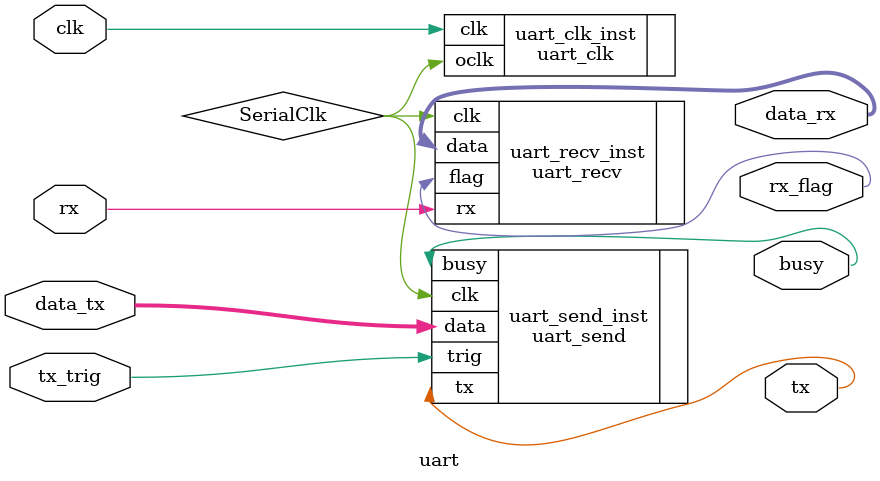
<source format=v>

module uart (
           //clock
           input  clk,

           //flags
           input tx_trig,
           output rx_flag,
           output busy,

           //data interface
           input[7:0] data_tx,
           output [7:0] data_rx,

           //interface
           output tx,
           input rx
       );
/////////////////////////////////////////////
// parameter and signals
/////////////////////////////////////////////
// parameter

// regs or wires
wire SerialClk;
/////////////////////////////////////////////
// main code
/////////////////////////////////////////////
// initial serial port clock
uart_clk uart_clk_inst(
             .clk(clk),
             .oclk(SerialClk)
         );
//recv module
uart_recv uart_recv_inst(
              .clk(SerialClk),

              .flag(rx_flag),

              //read
              .data(data_rx),
              .rx(rx)
          );

//send module
uart_send uart_send_inst(
              //clock
              .clk(SerialClk),
              //in data
              .trig(tx_trig),
              .data(data_tx),
              //out data
              .busy(busy),
              .tx(tx)
          );



/////////////////////////////////////////////
// code end
/////////////////////////////////////////////
endmodule

</source>
